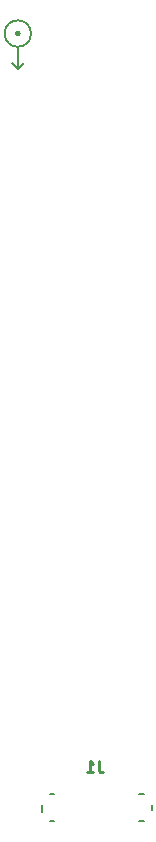
<source format=gbr>
%TF.GenerationSoftware,KiCad,Pcbnew,(6.0.4)*%
%TF.CreationDate,2022-08-11T15:59:35+02:00*%
%TF.ProjectId,STM32_DJI_Gimbal,53544d33-325f-4444-9a49-5f47696d6261,rev?*%
%TF.SameCoordinates,Original*%
%TF.FileFunction,Legend,Bot*%
%TF.FilePolarity,Positive*%
%FSLAX46Y46*%
G04 Gerber Fmt 4.6, Leading zero omitted, Abs format (unit mm)*
G04 Created by KiCad (PCBNEW (6.0.4)) date 2022-08-11 15:59:35*
%MOMM*%
%LPD*%
G01*
G04 APERTURE LIST*
%ADD10C,0.500000*%
%ADD11C,0.150000*%
%ADD12C,0.250000*%
%ADD13C,0.200000*%
G04 APERTURE END LIST*
D10*
X136800001Y-76000000D02*
G75*
G03*
X136800001Y-76000000I-1J0D01*
G01*
D11*
X137300000Y-78500000D02*
X136800000Y-79000000D01*
X136300000Y-78500000D02*
X136800000Y-79000000D01*
X136800000Y-79000000D02*
X136800000Y-77118033D01*
X137918034Y-76000000D02*
G75*
G03*
X137918034Y-76000000I-1118034J0D01*
G01*
D12*
%TO.C,J1*%
X143633333Y-137552380D02*
X143633333Y-138266666D01*
X143680952Y-138409523D01*
X143776190Y-138504761D01*
X143919047Y-138552380D01*
X144014285Y-138552380D01*
X142633333Y-138552380D02*
X143204761Y-138552380D01*
X142919047Y-138552380D02*
X142919047Y-137552380D01*
X143014285Y-137695238D01*
X143109523Y-137790476D01*
X143204761Y-137838095D01*
D13*
X147500000Y-142650000D02*
X147100000Y-142650000D01*
X147500000Y-140350000D02*
X147100000Y-140350000D01*
X138860000Y-141900000D02*
X138860000Y-141300000D01*
X139900000Y-140350000D02*
X139500000Y-140350000D01*
X148140000Y-141700000D02*
X148140000Y-141300000D01*
X139900000Y-142650000D02*
X139500000Y-142650000D01*
%TD*%
M02*

</source>
